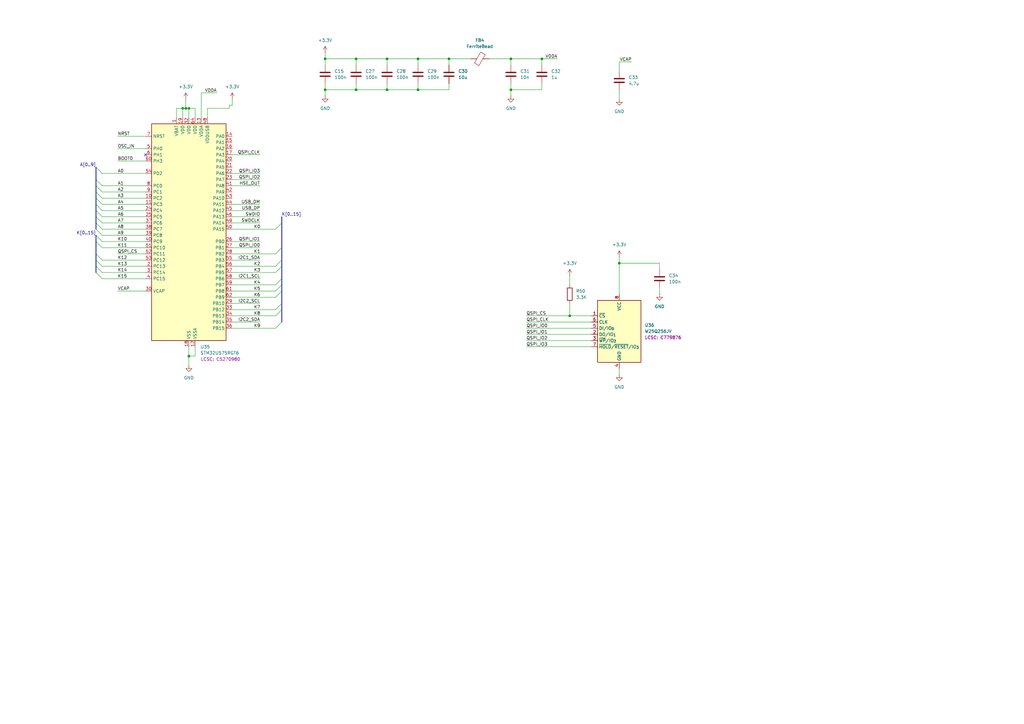
<source format=kicad_sch>
(kicad_sch (version 20250114) (generator "eeschema") (generator_version "9.0")
  (paper "A3")
  (title_block (date "2025-10-19"))
  (lib_symbols
    (symbol "Device:C" (pin_numbers (hide yes)) (pin_names (offset 0.254))
      (property "Reference" "C" (at 0.635 2.54 0))
      (property "Value" "C" (at 0.635 -2.54 0))
      (symbol "C_0_1"
        (polyline (pts (xy -2.032 0.762) (xy 2.032 0.762)) (stroke (width 0.508)))
        (polyline (pts (xy -2.032 -0.762) (xy 2.032 -0.762)) (stroke (width 0.508)))
      )
      (symbol "C_1_1"
        (pin passive line (at 0 3.81 270) (length 2.794) (name "~") (number "1"))
        (pin passive line (at 0 -3.81 90) (length 2.794) (name "~") (number "2"))
      )
    )
    (symbol "Device:FerriteBead" (pin_numbers (hide yes)) (pin_names (offset 0))
      (property "Reference" "FB" (at -3.81 0.635 90))
      (property "Value" "FerriteBead" (at 3.81 0 90))
      (symbol "FerriteBead_0_1"
        (polyline (pts (xy -2.7686 0.4064) (xy -1.7018 2.2606) (xy 2.7686 -0.3048) (xy 1.6764 -2.159) (xy -2.7686 0.4064)))
        (polyline (pts (xy 0 1.27) (xy 0 1.2954)))
        (polyline (pts (xy 0 -1.27) (xy 0 -1.2192)))
      )
      (symbol "FerriteBead_1_1"
        (pin passive line (at 0 3.81 270) (length 2.54) (name "~") (number "1"))
        (pin passive line (at 0 -3.81 90) (length 2.54) (name "~") (number "2"))
      )
    )
    (symbol "Device:R" (pin_numbers (hide yes)) (pin_names (offset 0))
      (property "Reference" "R" (at 2.032 0 90))
      (property "Value" "R" (at 0 0 90))
      (symbol "R_0_1"
        (rectangle (start -1.016 -2.54) (end 1.016 2.54) (stroke (width 0.254)))
      )
      (symbol "R_1_1"
        (pin passive line (at 0 3.81 270) (length 1.27) (name "~") (number "1"))
        (pin passive line (at 0 -3.81 90) (length 1.27) (name "~") (number "2"))
      )
    )
    (symbol "MCU_ST_STM32U5:STM32U575RGTx"
      (property "Reference" "U" (at -15.24 46.99 0))
      (property "Value" "STM32U575RGTx" (at 10.16 46.99 0))
      (symbol "STM32U575RGTx_0_1"
        (rectangle (start -15.24 -43.18) (end 15.24 45.72) (stroke (width 0.254)) (fill (type background)))
      )
      (symbol "STM32U575RGTx_1_1"
        (pin input line (at -17.78 40.64 0) (length 2.54) (name "NRST") (number "7"))
        (pin bidirectional line (at -17.78 35.56 0) (length 2.54) (name "PH0") (number "5"))
        (pin bidirectional line (at -17.78 33.02 0) (length 2.54) (name "PH1") (number "6"))
        (pin bidirectional line (at -17.78 30.48 0) (length 2.54) (name "PH3") (number "60"))
        (pin bidirectional line (at -17.78 25.4 0) (length 2.54) (name "PD2") (number "54"))
        (pin bidirectional line (at -17.78 20.32 0) (length 2.54) (name "PC0") (number "8"))
        (pin bidirectional line (at -17.78 17.78 0) (length 2.54) (name "PC1") (number "9"))
        (pin bidirectional line (at -17.78 15.24 0) (length 2.54) (name "PC2") (number "10"))
        (pin bidirectional line (at -17.78 12.7 0) (length 2.54) (name "PC3") (number "11"))
        (pin bidirectional line (at -17.78 10.16 0) (length 2.54) (name "PC4") (number "24"))
        (pin bidirectional line (at -17.78 7.62 0) (length 2.54) (name "PC5") (number "25"))
        (pin bidirectional line (at -17.78 5.08 0) (length 2.54) (name "PC6") (number "37"))
        (pin bidirectional line (at -17.78 2.54 0) (length 2.54) (name "PC7") (number "38"))
        (pin bidirectional line (at -17.78 0 0) (length 2.54) (name "PC8") (number "39"))
        (pin bidirectional line (at -17.78 -2.54 0) (length 2.54) (name "PC9") (number "40"))
        (pin bidirectional line (at -17.78 -5.08 0) (length 2.54) (name "PC10") (number "51"))
        (pin bidirectional line (at -17.78 -7.62 0) (length 2.54) (name "PC11") (number "52"))
        (pin bidirectional line (at -17.78 -10.16 0) (length 2.54) (name "PC12") (number "53"))
        (pin bidirectional line (at -17.78 -12.7 0) (length 2.54) (name "PC13") (number "2"))
        (pin bidirectional line (at -17.78 -15.24 0) (length 2.54) (name "PC14") (number "3"))
        (pin bidirectional line (at -17.78 -17.78 0) (length 2.54) (name "PC15") (number "4"))
        (pin power_out line (at -17.78 -22.86 0) (length 2.54) (name "VCAP") (number "30"))
        (pin power_in line (at -5.08 48.26 270) (length 2.54) (name "VBAT") (number "1"))
        (pin power_in line (at -2.54 48.26 270) (length 2.54) (name "VDD") (number "19"))
        (pin power_in line (at 0 48.26 270) (length 2.54) (name "VDD") (number "32"))
        (pin power_in line (at 0 -45.72 90) (length 2.54) (name "VSS") (number "18"))
        (pin passive line (at 0 -45.72 90) (length 2.54) (hide yes) (name "VSS") (number "31"))
        (pin passive line (at 0 -45.72 90) (length 2.54) (hide yes) (name "VSS") (number "47"))
        (pin passive line (at 0 -45.72 90) (length 2.54) (hide yes) (name "VSS") (number "63"))
        (pin power_in line (at 2.54 48.26 270) (length 2.54) (name "VDD") (number "64"))
        (pin power_in line (at 2.54 -45.72 90) (length 2.54) (name "VSSA") (number "12"))
        (pin power_in line (at 5.08 48.26 270) (length 2.54) (name "VDDA") (number "13"))
        (pin power_in line (at 7.62 48.26 270) (length 2.54) (name "VDDUSB") (number "48"))
        (pin bidirectional line (at 17.78 40.64 180) (length 2.54) (name "PA0") (number "14"))
        (pin bidirectional line (at 17.78 38.1 180) (length 2.54) (name "PA1") (number "15"))
        (pin bidirectional line (at 17.78 35.56 180) (length 2.54) (name "PA2") (number "16"))
        (pin bidirectional line (at 17.78 33.02 180) (length 2.54) (name "PA3") (number "17"))
        (pin bidirectional line (at 17.78 30.48 180) (length 2.54) (name "PA4") (number "20"))
        (pin bidirectional line (at 17.78 27.94 180) (length 2.54) (name "PA5") (number "21"))
        (pin bidirectional line (at 17.78 25.4 180) (length 2.54) (name "PA6") (number "22"))
        (pin bidirectional line (at 17.78 22.86 180) (length 2.54) (name "PA7") (number "23"))
        (pin bidirectional line (at 17.78 20.32 180) (length 2.54) (name "PA8") (number "41"))
        (pin bidirectional line (at 17.78 17.78 180) (length 2.54) (name "PA9") (number "42"))
        (pin bidirectional line (at 17.78 15.24 180) (length 2.54) (name "PA10") (number "43"))
        (pin bidirectional line (at 17.78 12.7 180) (length 2.54) (name "PA11") (number "44"))
        (pin bidirectional line (at 17.78 10.16 180) (length 2.54) (name "PA12") (number "45"))
        (pin bidirectional line (at 17.78 7.62 180) (length 2.54) (name "PA13") (number "46"))
        (pin bidirectional line (at 17.78 5.08 180) (length 2.54) (name "PA14") (number "49"))
        (pin bidirectional line (at 17.78 2.54 180) (length 2.54) (name "PA15") (number "50"))
        (pin bidirectional line (at 17.78 -2.54 180) (length 2.54) (name "PB0") (number "26"))
        (pin bidirectional line (at 17.78 -5.08 180) (length 2.54) (name "PB1") (number "27"))
        (pin bidirectional line (at 17.78 -7.62 180) (length 2.54) (name "PB2") (number "28"))
        (pin bidirectional line (at 17.78 -10.16 180) (length 2.54) (name "PB3") (number "55"))
        (pin bidirectional line (at 17.78 -12.7 180) (length 2.54) (name "PB4") (number "56"))
        (pin bidirectional line (at 17.78 -15.24 180) (length 2.54) (name "PB5") (number "57"))
        (pin bidirectional line (at 17.78 -17.78 180) (length 2.54) (name "PB6") (number "58"))
        (pin bidirectional line (at 17.78 -20.32 180) (length 2.54) (name "PB7") (number "59"))
        (pin bidirectional line (at 17.78 -22.86 180) (length 2.54) (name "PB8") (number "61"))
        (pin bidirectional line (at 17.78 -25.4 180) (length 2.54) (name "PB9") (number "62"))
        (pin bidirectional line (at 17.78 -27.94 180) (length 2.54) (name "PB10") (number "29"))
        (pin bidirectional line (at 17.78 -30.48 180) (length 2.54) (name "PB12") (number "33"))
        (pin bidirectional line (at 17.78 -33.02 180) (length 2.54) (name "PB13") (number "34"))
        (pin bidirectional line (at 17.78 -35.56 180) (length 2.54) (name "PB14") (number "35"))
        (pin bidirectional line (at 17.78 -38.1 180) (length 2.54) (name "PB15") (number "36"))
      )
    )
    (symbol "power:+3.3V" (power) (pin_numbers (hide yes)) (pin_names (offset 0) (hide yes))
      (property "Value" "+3.3V" (at 0 3.556 0))
      (symbol "+3.3V_0_1"
        (polyline (pts (xy -0.762 1.27) (xy 0 2.54)))
        (polyline (pts (xy 0 2.54) (xy 0.762 1.27)))
        (polyline (pts (xy 0 0) (xy 0 2.54)))
      )
      (symbol "+3.3V_1_1"
        (pin power_in line (at 0 0 90) (length 0) (name "~") (number "1"))
      )
    )
    (symbol "power:GND" (power) (pin_numbers (hide yes)) (pin_names (offset 0) (hide yes))
      (property "Value" "GND" (at 0 -3.81 0))
      (symbol "GND_0_1"
        (polyline (pts (xy 0 0) (xy 0 -1.27) (xy 1.27 -1.27) (xy 0 -2.54) (xy -1.27 -1.27) (xy 0 -1.27)))
      )
      (symbol "GND_1_1"
        (pin power_in line (at 0 0 270) (length 0) (name "~") (number "1"))
      )
    )
    (symbol "precision_clock:W25Q256JV"
      (property "Reference" "U" (at -8.382 14.478 0))
      (property "Value" "W25Q256JV" (at 8.89 14.478 0))
      (symbol "W25Q256JV_0_1"
        (rectangle (start -8.89 12.7) (end 8.89 -12.7) (stroke (width 0.254)) (fill (type background)))
      )
      (symbol "W25Q256JV_1_1"
        (pin input line (at -11.43 6.35 0) (length 2.54) (name "~{CS}") (number "1"))
        (pin input line (at -11.43 3.81 0) (length 2.54) (name "CLK") (number "6"))
        (pin bidirectional line (at -11.43 1.27 0) (length 2.54) (name "DI/IO_{0}") (number "5"))
        (pin bidirectional line (at -11.43 -1.27 0) (length 2.54) (name "DO/IO_{1}") (number "2"))
        (pin bidirectional line (at -11.43 -3.81 0) (length 2.54) (name "~{WP}/IO_{2}") (number "3"))
        (pin bidirectional line (at -11.43 -6.35 0) (length 2.54) (name "~{HOLD}/~{RESET}/IO_{3}") (number "7"))
        (pin power_in line (at 0 15.24 270) (length 2.54) (name "VCC") (number "8"))
        (pin power_in line (at 0 -15.24 90) (length 2.54) (name "GND") (number "4"))
      )
    )
  )
  (junction (at 77.47 44.45))
  (junction (at 158.75 36.83))
  (junction (at 171.45 36.83))
  (junction (at 171.45 24.13))
  (junction (at 158.75 24.13))
  (junction (at 76.2 44.45))
  (junction (at 77.47 146.05))
  (junction (at 233.68 129.54))
  (junction (at 222.25 24.13))
  (junction (at 184.15 24.13))
  (junction (at 74.93 44.45))
  (junction (at 133.35 36.83))
  (junction (at 209.55 36.83))
  (junction (at 146.05 36.83))
  (junction (at 146.05 24.13))
  (junction (at 209.55 24.13))
  (junction (at 254 107.95))
  (junction (at 133.35 24.13))
  (no_connect (at 59.69 63.5))
  (bus_entry (at 39.37 73.66) (size 2.54 2.54))
  (bus_entry (at 39.37 76.2) (size 2.54 2.54))
  (bus_entry (at 39.37 83.82) (size 2.54 2.54))
  (bus_entry (at 115.57 114.3) (size -2.54 2.54))
  (bus_entry (at 39.37 88.9) (size 2.54 2.54))
  (bus_entry (at 115.57 119.38) (size -2.54 2.54))
  (bus_entry (at 39.37 104.14) (size 2.54 2.54))
  (bus_entry (at 39.37 106.68) (size 2.54 2.54))
  (bus_entry (at 39.37 68.58) (size 2.54 2.54))
  (bus_entry (at 115.57 132.08) (size -2.54 2.54))
  (bus_entry (at 115.57 127) (size -2.54 2.54))
  (bus_entry (at 39.37 93.98) (size 2.54 2.54))
  (bus_entry (at 39.37 91.44) (size 2.54 2.54))
  (bus_entry (at 39.37 96.52) (size 2.54 2.54))
  (bus_entry (at 115.57 116.84) (size -2.54 2.54))
  (bus_entry (at 39.37 86.36) (size 2.54 2.54))
  (bus_entry (at 115.57 101.6) (size -2.54 2.54))
  (bus_entry (at 115.57 109.22) (size -2.54 2.54))
  (bus_entry (at 39.37 109.22) (size 2.54 2.54))
  (bus_entry (at 115.57 124.46) (size -2.54 2.54))
  (bus_entry (at 115.57 106.68) (size -2.54 2.54))
  (bus_entry (at 39.37 99.06) (size 2.54 2.54))
  (bus_entry (at 39.37 81.28) (size 2.54 2.54))
  (bus_entry (at 115.57 91.44) (size -2.54 2.54))
  (bus_entry (at 39.37 78.74) (size 2.54 2.54))
  (bus_entry (at 39.37 111.76) (size 2.54 2.54))
  (bus (pts (xy 39.37 73.66) (xy 39.37 76.2)))
  (bus (pts (xy 39.37 88.9) (xy 39.37 91.44)))
  (wire (pts (xy 41.91 109.22) (xy 59.69 109.22)))
  (wire (pts (xy 95.25 73.66) (xy 106.68 73.66)))
  (wire (pts (xy 80.01 146.05) (xy 80.01 142.24)))
  (wire (pts (xy 254 29.21) (xy 254 25.4)))
  (wire (pts (xy 171.45 24.13) (xy 171.45 26.67)))
  (wire (pts (xy 95.25 121.92) (xy 113.03 121.92)))
  (wire (pts (xy 72.39 48.26) (xy 72.39 44.45)))
  (wire (pts (xy 95.25 132.08) (xy 106.68 132.08)))
  (wire (pts (xy 41.91 96.52) (xy 59.69 96.52)))
  (wire (pts (xy 93.98 44.45) (xy 85.09 44.45)))
  (wire (pts (xy 95.25 134.62) (xy 113.03 134.62)))
  (wire (pts (xy 254 105.41) (xy 254 107.95)))
  (bus (pts (xy 115.57 109.22) (xy 115.57 114.3)))
  (bus (pts (xy 39.37 78.74) (xy 39.37 81.28)))
  (wire (pts (xy 222.25 24.13) (xy 222.25 26.67)))
  (wire (pts (xy 209.55 36.83) (xy 222.25 36.83)))
  (wire (pts (xy 146.05 24.13) (xy 158.75 24.13)))
  (wire (pts (xy 228.6 24.13) (xy 222.25 24.13)))
  (wire (pts (xy 77.47 146.05) (xy 80.01 146.05)))
  (wire (pts (xy 259.08 25.4) (xy 254 25.4)))
  (wire (pts (xy 95.25 116.84) (xy 113.03 116.84)))
  (wire (pts (xy 133.35 24.13) (xy 146.05 24.13)))
  (wire (pts (xy 95.25 76.2) (xy 106.68 76.2)))
  (wire (pts (xy 215.9 132.08) (xy 242.57 132.08)))
  (bus (pts (xy 115.57 101.6) (xy 115.57 106.68)))
  (wire (pts (xy 41.91 71.12) (xy 59.69 71.12)))
  (wire (pts (xy 215.9 137.16) (xy 242.57 137.16)))
  (wire (pts (xy 158.75 36.83) (xy 171.45 36.83)))
  (bus (pts (xy 39.37 68.58) (xy 39.37 73.66)))
  (wire (pts (xy 146.05 24.13) (xy 146.05 26.67)))
  (wire (pts (xy 95.25 127) (xy 113.03 127)))
  (wire (pts (xy 146.05 36.83) (xy 158.75 36.83)))
  (wire (pts (xy 41.91 101.6) (xy 59.69 101.6)))
  (wire (pts (xy 133.35 36.83) (xy 133.35 39.37)))
  (wire (pts (xy 77.47 146.05) (xy 77.47 149.86)))
  (wire (pts (xy 41.91 111.76) (xy 59.69 111.76)))
  (wire (pts (xy 95.25 93.98) (xy 113.03 93.98)))
  (bus (pts (xy 115.57 91.44) (xy 115.57 101.6)))
  (wire (pts (xy 270.51 118.11) (xy 270.51 120.65)))
  (wire (pts (xy 74.93 48.26) (xy 74.93 44.45)))
  (wire (pts (xy 95.25 104.14) (xy 113.03 104.14)))
  (wire (pts (xy 184.15 24.13) (xy 184.15 26.67)))
  (wire (pts (xy 215.9 134.62) (xy 242.57 134.62)))
  (wire (pts (xy 95.25 124.46) (xy 106.68 124.46)))
  (wire (pts (xy 82.55 48.26) (xy 82.55 38.1)))
  (wire (pts (xy 95.25 71.12) (xy 106.68 71.12)))
  (wire (pts (xy 254 107.95) (xy 270.51 107.95)))
  (bus (pts (xy 39.37 81.28) (xy 39.37 83.82)))
  (wire (pts (xy 41.91 83.82) (xy 59.69 83.82)))
  (wire (pts (xy 158.75 34.29) (xy 158.75 36.83)))
  (wire (pts (xy 133.35 36.83) (xy 146.05 36.83)))
  (wire (pts (xy 41.91 86.36) (xy 59.69 86.36)))
  (bus (pts (xy 39.37 83.82) (xy 39.37 86.36)))
  (wire (pts (xy 184.15 24.13) (xy 193.04 24.13)))
  (wire (pts (xy 93.98 43.18) (xy 93.98 44.45)))
  (wire (pts (xy 41.91 88.9) (xy 59.69 88.9)))
  (wire (pts (xy 41.91 78.74) (xy 59.69 78.74)))
  (wire (pts (xy 146.05 34.29) (xy 146.05 36.83)))
  (wire (pts (xy 82.55 38.1) (xy 88.9 38.1)))
  (wire (pts (xy 85.09 44.45) (xy 85.09 48.26)))
  (wire (pts (xy 215.9 142.24) (xy 242.57 142.24)))
  (wire (pts (xy 95.25 91.44) (xy 106.68 91.44)))
  (wire (pts (xy 93.98 43.18) (xy 95.25 43.18)))
  (wire (pts (xy 158.75 24.13) (xy 158.75 26.67)))
  (wire (pts (xy 72.39 44.45) (xy 74.93 44.45)))
  (wire (pts (xy 95.25 88.9) (xy 106.68 88.9)))
  (wire (pts (xy 209.55 34.29) (xy 209.55 36.83)))
  (bus (pts (xy 115.57 106.68) (xy 115.57 109.22)))
  (wire (pts (xy 95.25 129.54) (xy 113.03 129.54)))
  (bus (pts (xy 115.57 124.46) (xy 115.57 127)))
  (wire (pts (xy 215.9 129.54) (xy 233.68 129.54)))
  (wire (pts (xy 41.91 93.98) (xy 59.69 93.98)))
  (bus (pts (xy 39.37 104.14) (xy 39.37 106.68)))
  (wire (pts (xy 48.26 104.14) (xy 59.69 104.14)))
  (wire (pts (xy 95.25 83.82) (xy 106.68 83.82)))
  (wire (pts (xy 133.35 21.59) (xy 133.35 24.13)))
  (wire (pts (xy 48.26 55.88) (xy 59.69 55.88)))
  (bus (pts (xy 115.57 119.38) (xy 115.57 124.46)))
  (wire (pts (xy 48.26 119.38) (xy 59.69 119.38)))
  (bus (pts (xy 39.37 86.36) (xy 39.37 88.9)))
  (wire (pts (xy 184.15 34.29) (xy 184.15 36.83)))
  (bus (pts (xy 39.37 106.68) (xy 39.37 109.22)))
  (wire (pts (xy 41.91 99.06) (xy 59.69 99.06)))
  (wire (pts (xy 77.47 44.45) (xy 80.01 44.45)))
  (wire (pts (xy 95.25 101.6) (xy 106.68 101.6)))
  (bus (pts (xy 39.37 109.22) (xy 39.37 111.76)))
  (wire (pts (xy 95.25 86.36) (xy 106.68 86.36)))
  (wire (pts (xy 95.25 119.38) (xy 113.03 119.38)))
  (wire (pts (xy 171.45 34.29) (xy 171.45 36.83)))
  (wire (pts (xy 74.93 44.45) (xy 76.2 44.45)))
  (wire (pts (xy 95.25 43.18) (xy 95.25 40.64)))
  (wire (pts (xy 254 151.13) (xy 254 153.67)))
  (wire (pts (xy 41.91 106.68) (xy 59.69 106.68)))
  (wire (pts (xy 77.47 142.24) (xy 77.47 146.05)))
  (bus (pts (xy 39.37 76.2) (xy 39.37 78.74)))
  (wire (pts (xy 200.66 24.13) (xy 209.55 24.13)))
  (bus (pts (xy 39.37 91.44) (xy 39.37 93.98)))
  (wire (pts (xy 133.35 26.67) (xy 133.35 24.13)))
  (wire (pts (xy 171.45 24.13) (xy 184.15 24.13)))
  (wire (pts (xy 77.47 44.45) (xy 77.47 48.26)))
  (wire (pts (xy 95.25 106.68) (xy 106.68 106.68)))
  (wire (pts (xy 233.68 129.54) (xy 242.57 129.54)))
  (wire (pts (xy 233.68 124.46) (xy 233.68 129.54)))
  (wire (pts (xy 76.2 44.45) (xy 77.47 44.45)))
  (wire (pts (xy 254 36.83) (xy 254 40.64)))
  (wire (pts (xy 209.55 36.83) (xy 209.55 39.37)))
  (wire (pts (xy 41.91 114.3) (xy 59.69 114.3)))
  (wire (pts (xy 254 107.95) (xy 254 120.65)))
  (wire (pts (xy 95.25 109.22) (xy 113.03 109.22)))
  (bus (pts (xy 39.37 96.52) (xy 39.37 99.06)))
  (bus (pts (xy 115.57 114.3) (xy 115.57 116.84)))
  (wire (pts (xy 171.45 36.83) (xy 184.15 36.83)))
  (wire (pts (xy 41.91 76.2) (xy 59.69 76.2)))
  (wire (pts (xy 76.2 40.64) (xy 76.2 44.45)))
  (wire (pts (xy 209.55 24.13) (xy 222.25 24.13)))
  (wire (pts (xy 41.91 81.28) (xy 59.69 81.28)))
  (wire (pts (xy 209.55 24.13) (xy 209.55 26.67)))
  (wire (pts (xy 270.51 107.95) (xy 270.51 110.49)))
  (wire (pts (xy 215.9 139.7) (xy 242.57 139.7)))
  (wire (pts (xy 80.01 44.45) (xy 80.01 48.26)))
  (wire (pts (xy 133.35 34.29) (xy 133.35 36.83)))
  (wire (pts (xy 158.75 24.13) (xy 171.45 24.13)))
  (wire (pts (xy 41.91 91.44) (xy 59.69 91.44)))
  (bus (pts (xy 115.57 127) (xy 115.57 132.08)))
  (wire (pts (xy 48.26 60.96) (xy 59.69 60.96)))
  (wire (pts (xy 95.25 114.3) (xy 106.68 114.3)))
  (wire (pts (xy 95.25 63.5) (xy 106.68 63.5)))
  (wire (pts (xy 233.68 113.03) (xy 233.68 116.84)))
  (bus (pts (xy 39.37 99.06) (xy 39.37 104.14)))
  (wire (pts (xy 222.25 34.29) (xy 222.25 36.83)))
  (bus (pts (xy 115.57 116.84) (xy 115.57 119.38)))
  (wire (pts (xy 48.26 66.04) (xy 59.69 66.04)))
  (wire (pts (xy 95.25 111.76) (xy 113.03 111.76)))
  (bus (pts (xy 115.57 88.9) (xy 115.57 91.44)))
  (wire (pts (xy 95.25 99.06) (xy 106.68 99.06)))
  (label "QSPI_CLK" (at 106.68 63.5 180))
  (label "A8" (at 48.26 93.98 0))
  (label "USB_DM" (at 106.68 83.82 180))
  (label "K[0..15]" (at 39.37 96.52 180))
  (label "QSPI_CS" (at 215.9 129.54 0))
  (label "I2C2_SCL" (at 106.68 124.46 180))
  (label "I2C1_SCL" (at 106.68 114.3 180))
  (label "A[0..9]" (at 39.37 68.58 180))
  (label "QSPI_IO3" (at 106.68 71.12 180))
  (label "BOOT0" (at 48.26 66.04 0))
  (label "K14" (at 48.26 111.76 0))
  (label "K2" (at 104.14 109.22 0))
  (label "K3" (at 104.14 111.76 0))
  (label "I2C2_SDA" (at 106.68 132.08 180))
  (label "VCAP" (at 48.26 119.38 0))
  (label "K9" (at 104.14 134.62 0))
  (label "A7" (at 48.26 91.44 0))
  (label "K8" (at 104.14 129.54 0))
  (label "HSE_OUT" (at 106.68 76.2 180))
  (label "K13" (at 48.26 109.22 0))
  (label "VCAP" (at 259.08 25.4 180))
  (label "QSPI_CS" (at 48.26 104.14 0))
  (label "A0" (at 48.26 71.12 0))
  (label "K[0..15]" (at 115.57 88.9 0))
  (label "K0" (at 104.14 93.98 0))
  (label "A9" (at 48.26 96.52 0))
  (label "SWDIO" (at 106.68 88.9 180))
  (label "NRST" (at 48.26 55.88 0))
  (label "QSPI_IO0" (at 106.68 101.6 180))
  (label "QSPI_CLK" (at 215.9 132.08 0))
  (label "A5" (at 48.26 86.36 0))
  (label "I2C1_SDA" (at 106.68 106.68 180))
  (label "K1" (at 104.14 104.14 0))
  (label "A2" (at 48.26 78.74 0))
  (label "K4" (at 104.14 116.84 0))
  (label "K12" (at 48.26 106.68 0))
  (label "QSPI_IO2" (at 215.9 139.7 0))
  (label "K5" (at 104.14 119.38 0))
  (label "A4" (at 48.26 83.82 0))
  (label "K11" (at 48.26 101.6 0))
  (label "USB_DP" (at 106.68 86.36 180))
  (label "K7" (at 104.14 127 0))
  (label "VDDA" (at 88.9 38.1 180))
  (label "OSC_IN" (at 48.26 60.96 0))
  (label "A3" (at 48.26 81.28 0))
  (label "A6" (at 48.26 88.9 0))
  (label "VDDA" (at 228.6 24.13 180))
  (label "QSPI_IO2" (at 106.68 73.66 180))
  (label "QSPI_IO1" (at 106.68 99.06 180))
  (label "K15" (at 48.26 114.3 0))
  (label "QSPI_IO3" (at 215.9 142.24 0))
  (label "A1" (at 48.26 76.2 0))
  (label "QSPI_IO0" (at 215.9 134.62 0))
  (label "SWDCLK" (at 106.68 91.44 180))
  (label "K6" (at 104.14 121.92 0))
  (label "K10" (at 48.26 99.06 0))
  (label "QSPI_IO1" (at 215.9 137.16 0))
  (symbol (lib_id "power:GND") (at 133.35 39.37 0) (unit 1)
    (property "Reference" "#PWR062" (effects (hide yes)))
    (property "Value" "GND" (at 133.35 44.45 0))
    (property "Description" "Power symbol creates a global label with name \"GND\" , ground" (effects (hide yes)))
  )
  (symbol (lib_id "power:GND") (at 209.55 39.37 0) (unit 1)
    (property "Reference" "#PWR063" (effects (hide yes)))
    (property "Value" "GND" (at 209.55 44.45 0))
    (property "Description" "Power symbol creates a global label with name \"GND\" , ground" (effects (hide yes)))
  )
  (symbol (lib_id "Device:FerriteBead") (at 196.85 24.13 90) (unit 1)
    (property "Reference" "FB4" (at 196.7992 16.51 90))
    (property "Value" "FerriteBead" (at 196.7992 19.05 90))
    (property "Description" "Ferrite bead" (effects (hide yes)))
  )
  (symbol (lib_id "Device:C") (at 209.55 30.48 0) (unit 1)
    (property "Reference" "C31" (at 213.36 29.2099 0) (effects (justify left)))
    (property "Value" "10n" (at 213.36 31.7499 0) (effects (justify left)))
    (property "Description" "Unpolarized capacitor" (effects (hide yes)))
  )
  (symbol (lib_id "power:+3.3V") (at 133.35 21.59 0) (unit 1)
    (property "Reference" "#PWR061" (effects (hide yes)))
    (property "Value" "+3.3V" (at 133.35 16.51 0))
    (property "Description" "Power symbol creates a global label with name \"+3.3V\"" (effects (hide yes)))
  )
  (symbol (lib_id "Device:C") (at 146.05 30.48 0) (unit 1)
    (property "Reference" "C27" (at 149.86 29.2099 0) (effects (justify left)))
    (property "Value" "100n" (at 149.86 31.7499 0) (effects (justify left)))
    (property "Description" "Unpolarized capacitor" (effects (hide yes)))
  )
  (symbol (lib_id "power:GND") (at 270.51 120.65 0) (unit 1)
    (property "Reference" "#PWR071" (effects (hide yes)))
    (property "Value" "GND" (at 270.51 125.73 0))
    (property "Description" "Power symbol creates a global label with name \"GND\" , ground" (effects (hide yes)))
  )
  (symbol (lib_id "Device:C") (at 171.45 30.48 0) (unit 1)
    (property "Reference" "C29" (at 175.26 29.2099 0) (effects (justify left)))
    (property "Value" "100n" (at 175.26 31.7499 0) (effects (justify left)))
    (property "Description" "Unpolarized capacitor" (effects (hide yes)))
  )
  (symbol (lib_id "power:GND") (at 254 153.67 0) (unit 1)
    (property "Reference" "#PWR070" (effects (hide yes)))
    (property "Value" "GND" (at 254 158.75 0))
    (property "Description" "Power symbol creates a global label with name \"GND\" , ground" (effects (hide yes)))
  )
  (symbol (lib_id "power:+3.3V") (at 95.25 40.64 0) (unit 1)
    (property "Reference" "#PWR067" (effects (hide yes)))
    (property "Value" "+3.3V" (at 95.25 35.56 0))
    (property "Description" "Power symbol creates a global label with name \"+3.3V\"" (effects (hide yes)))
  )
  (symbol (lib_id "Device:C") (at 222.25 30.48 0) (unit 1)
    (property "Reference" "C32" (at 226.06 29.2099 0) (effects (justify left)))
    (property "Value" "1u" (at 226.06 31.7499 0) (effects (justify left)))
    (property "Description" "Unpolarized capacitor" (effects (hide yes)))
  )
  (symbol (lib_id "power:GND") (at 77.47 149.86 0) (unit 1)
    (property "Reference" "#PWR068" (effects (hide yes)))
    (property "Value" "GND" (at 77.47 154.94 0))
    (property "Description" "Power symbol creates a global label with name \"GND\" , ground" (effects (hide yes)))
  )
  (symbol (lib_id "Device:C") (at 270.51 114.3 0) (unit 1)
    (property "Reference" "C34" (at 274.32 113.0299 0) (effects (justify left)))
    (property "Value" "100n" (at 274.32 115.5699 0) (effects (justify left)))
    (property "Description" "Unpolarized capacitor" (effects (hide yes)))
  )
  (symbol (lib_id "power:+3.3V") (at 233.68 113.03 0) (unit 1)
    (property "Reference" "#PWR064" (effects (hide yes)))
    (property "Value" "+3.3V" (at 233.68 107.95 0))
    (property "Description" "Power symbol creates a global label with name \"+3.3V\"" (effects (hide yes)))
  )
  (symbol (lib_id "Device:C") (at 254 33.02 0) (unit 1)
    (property "Reference" "C33" (at 257.81 31.7499 0) (effects (justify left)))
    (property "Value" "4.7u" (at 257.81 34.2899 0) (effects (justify left)))
    (property "Description" "Unpolarized capacitor" (effects (hide yes)))
  )
  (symbol (lib_id "Device:C") (at 158.75 30.48 0) (unit 1)
    (property "Reference" "C28" (at 162.56 29.2099 0) (effects (justify left)))
    (property "Value" "100n" (at 162.56 31.7499 0) (effects (justify left)))
    (property "Description" "Unpolarized capacitor" (effects (hide yes)))
  )
  (symbol (lib_id "power:+3.3V") (at 76.2 40.64 0) (unit 1)
    (property "Reference" "#PWR066" (effects (hide yes)))
    (property "Value" "+3.3V" (at 76.2 35.56 0))
    (property "Description" "Power symbol creates a global label with name \"+3.3V\"" (effects (hide yes)))
  )
  (symbol (lib_id "precision_clock:W25Q256JV") (at 254 135.89 0) (unit 1)
    (property "Reference" "U36" (at 264.414 133.35 0) (effects (justify left)))
    (property "Value" "W25Q256JV" (at 264.414 135.89 0) (effects (justify left)))
    (property "Footprint" "Package_SO:SOIC-8_5.3x5.3mm_P1.27mm" (effects (hide yes)))
    (property "Datasheet" "https://jlcpcb.com/api/file/downloadByFileSystemAccessId/8588905189482487808" (effects (hide yes)))
    (property "Description" "256Mbit / 32MiB Serial Flash Memory, Standard/Dual/Quad SPI, 2.7-3.6V, SOIC-8" (effects (hide yes)))
    (property "LCSC" "C779876" (at 264.414 138.4301 0) (show_name yes) (effects (justify left)))
  )
  (symbol (lib_id "Device:C") (at 184.15 30.48 0) (unit 1)
    (property "Reference" "C30" (at 187.96 29.2099 0) (effects (justify left)))
    (property "Value" "10u" (at 187.96 31.7499 0) (effects (justify left)))
    (property "Description" "Unpolarized capacitor" (effects (hide yes)))
  )
  (symbol (lib_id "power:+3.3V") (at 254 105.41 0) (unit 1)
    (property "Reference" "#PWR069" (effects (hide yes)))
    (property "Value" "+3.3V" (at 254 100.33 0))
    (property "Description" "Power symbol creates a global label with name \"+3.3V\"" (effects (hide yes)))
  )
  (symbol (lib_id "Device:C") (at 133.35 30.48 0) (unit 1)
    (property "Reference" "C15" (at 137.16 29.2099 0) (effects (justify left)))
    (property "Value" "100n" (at 137.16 31.7499 0) (effects (justify left)))
    (property "Description" "Unpolarized capacitor" (effects (hide yes)))
  )
  (symbol (lib_id "power:GND") (at 254 40.64 0) (unit 1)
    (property "Reference" "#PWR065" (effects (hide yes)))
    (property "Value" "GND" (at 254 45.72 0))
    (property "Description" "Power symbol creates a global label with name \"GND\" , ground" (effects (hide yes)))
  )
  (symbol (lib_id "Device:R") (at 233.68 120.65 0) (unit 1)
    (property "Reference" "R50" (at 236.22 119.3799 0) (effects (justify left)))
    (property "Value" "3.3K" (at 236.22 121.9199 0) (effects (justify left)))
    (property "Description" "Resistor" (effects (hide yes)))
  )
  (symbol (lib_id "MCU_ST_STM32U5:STM32U575RGTx") (at 77.47 96.52 0) (unit 1)
    (property "Reference" "U35" (at 82.1533 142.24 0) (effects (justify left)))
    (property "Value" "STM32U575RGT6" (at 82.1533 144.78 0) (effects (justify left)))
    (property "Footprint" "Package_QFP:LQFP-64_10x10mm_P0.5mm" (effects (hide yes)))
    (property "Datasheet" "https://www.st.com/resource/en/datasheet/stm32u575rg.pdf" (effects (hide yes)))
    (property "Description" "STMicroelectronics Arm Cortex-M33 MCU, 1024KB flash, 786KB RAM, 160 MHz, 1.71-3.6V, 51 GPIO, LQFP64" (effects (hide yes)))
    (property "LCSC" "C5270980" (at 82.296 147.32 0) (show_name yes) (effects (justify left)))
  )
)
</source>
